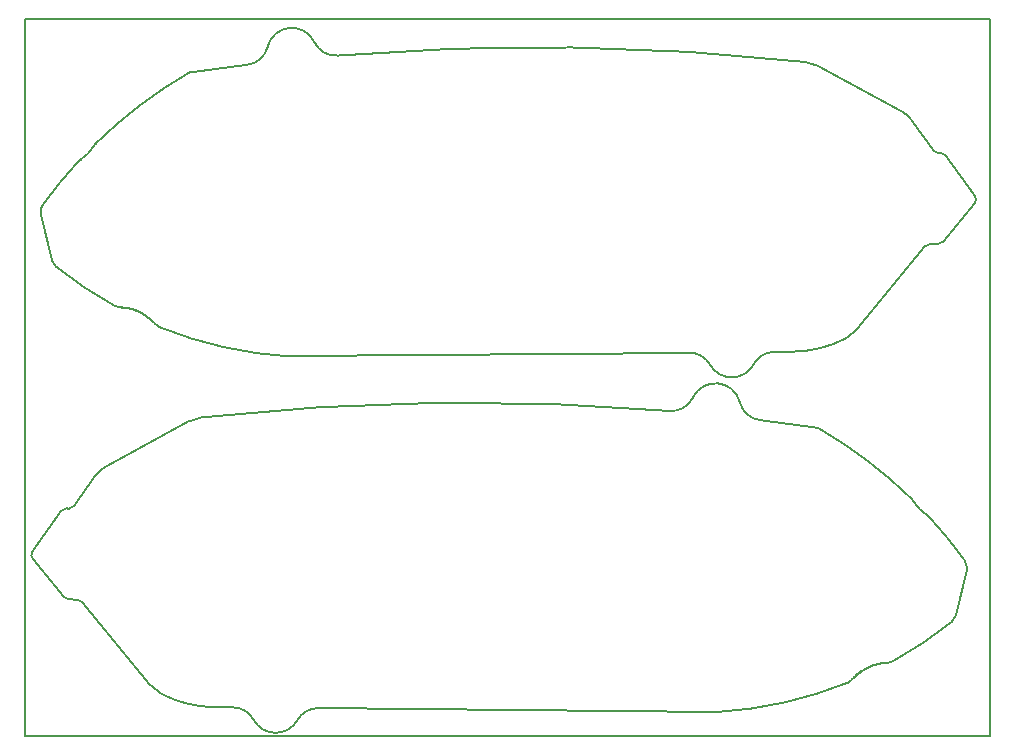
<source format=gko>
G04 Layer_Color=16711935*
%FSLAX44Y44*%
%MOMM*%
G71*
G01*
G75*
%ADD35C,0.2000*%
%ADD58C,0.2000*%
D35*
X0Y0D02*
Y607060D01*
X816610D01*
Y0D02*
Y607060D01*
X0Y0D02*
X816610D01*
X160260Y24283D02*
G03*
X160264Y24283I8J1504D01*
G01*
X160260Y24283D02*
G03*
X160264Y24283I21J1504D01*
G01*
D02*
G03*
X160271Y24283I17J1504D01*
G01*
X160262Y24283D02*
G03*
X160264Y24283I14J1504D01*
G01*
X160259Y24283D02*
G03*
X160260Y24283I9J1504D01*
G01*
X160259D02*
G03*
X160260Y24283I18J1504D01*
G01*
X160253Y24283D02*
G03*
X160259Y24283I14J1504D01*
G01*
X115190Y35501D02*
G03*
X160253Y24283I46027J88778D01*
G01*
X115179Y35506D02*
G03*
X115190Y35501I703J1329D01*
G01*
X115177Y35508D02*
G03*
X115179Y35506I705J1328D01*
G01*
X115177Y35508D02*
G03*
X115179Y35506I694J1334D01*
G01*
X105836Y43063D02*
G03*
X115179Y35506I23154J19075D01*
G01*
X105826Y43075D02*
G03*
X105834Y43065I23164J19063D01*
G01*
X105827Y43074D02*
G03*
X105834Y43066I1161J956D01*
G01*
X105826Y43075D02*
G03*
X105827Y43074I1170J944D01*
G01*
X105824Y43077D02*
G03*
X105826Y43075I1172J942D01*
G01*
X105824Y43077D02*
G03*
X105826Y43075I1163J953D01*
G01*
D02*
G03*
X105827Y43074I1161J956D01*
G01*
D02*
G03*
X105834Y43065I1170J945D01*
G01*
D02*
G03*
X105836Y43063I23157J19073D01*
G01*
X105834Y43065D02*
G03*
X105836Y43063I1163J953D01*
G01*
X105819Y43084D02*
G03*
X105824Y43077I1169J947D01*
G01*
X47803Y113581D02*
G03*
X47807Y113575I1166J950D01*
G01*
D02*
G03*
X47814Y113568I1161J956D01*
G01*
X47807Y113575D02*
G03*
X47803Y113581I-3861J-3177D01*
G01*
D02*
G03*
X44002Y115398I-3856J-3183D01*
G01*
X43994Y115398D02*
G03*
X44002Y115398I14J1504D01*
G01*
X43985Y115398D02*
G03*
X43991Y115398I19J1504D01*
G01*
X43988Y115398D02*
G03*
X43991Y115398I21J1504D01*
G01*
D02*
G03*
X43994Y115398I18J1504D01*
G01*
X43998Y115398D02*
G03*
X43994Y115398I-52J-5000D01*
G01*
X43991Y115398D02*
G03*
X43998Y115398I13J1504D01*
G01*
X36927Y115465D02*
G03*
X36932Y115465I15J1504D01*
G01*
X36888Y115465D02*
G03*
X36909Y115465I35J1503D01*
G01*
X36909Y115465D02*
G03*
X36924Y115465I32J1504D01*
G01*
X36924D02*
G03*
X36927Y115465I18J1504D01*
G01*
X36924Y115465D02*
G03*
X36927Y115465I-0J1504D01*
G01*
X36909Y115465D02*
G03*
X36924Y115465I14J1504D01*
G01*
X36888Y115465D02*
G03*
X36909Y115465I69J4999D01*
G01*
X33103Y117280D02*
G03*
X36888Y115465I3854J3185D01*
G01*
X33096Y117288D02*
G03*
X33103Y117280I3861J3177D01*
G01*
X33095Y117289D02*
G03*
X33096Y117288I1162J954D01*
G01*
X33095Y117290D02*
G03*
X33095Y117289I1155J963D01*
G01*
X33089Y117297D02*
G03*
X33095Y117290I1169J946D01*
G01*
X33087Y117298D02*
G03*
X33089Y117297I1170J945D01*
G01*
X33086Y117301D02*
G03*
X33087Y117298I1164J952D01*
G01*
X33091Y117294D02*
G03*
X33095Y117289I1166J950D01*
G01*
X33089Y117297D02*
G03*
X33091Y117294I1161J956D01*
G01*
X6219Y149947D02*
G03*
X6230Y149933I1161J956D01*
G01*
X6213Y149954D02*
G03*
X6219Y149947I1158J959D01*
G01*
X6213Y149955D02*
G03*
X6213Y149954I1158J959D01*
G01*
X6206Y149963D02*
G03*
X6219Y149947I3874J3161D01*
G01*
X6213Y149955D02*
G03*
X6219Y149947I1168J948D01*
G01*
X6206Y149963D02*
G03*
X6213Y149955I1165J951D01*
G01*
X6012Y156031D02*
G03*
X6206Y149963I4068J-2907D01*
G01*
X6019Y156041D02*
G03*
X6012Y156031I1216J-884D01*
G01*
X6022Y156046D02*
G03*
X6012Y156031I1220J-879D01*
G01*
X30568Y190397D02*
G03*
X30555Y190379I1210J-893D01*
G01*
X30568Y190398D02*
G03*
X30568Y190397I1210J-894D01*
G01*
X30583Y190418D02*
G03*
X30568Y190398I1208J-895D01*
G01*
X30555Y190379D02*
G03*
X30551Y190374I1223J-875D01*
G01*
X30555Y190379D02*
G03*
X30555Y190378I1236J-856D01*
G01*
X30568Y190397D02*
G03*
X30555Y190379I1223J-874D01*
G01*
X30568Y190398D02*
G03*
X30568Y190397I1223J-875D01*
G01*
X30583Y190418D02*
G03*
X30568Y190398I4053J-2928D01*
G01*
X34666Y192490D02*
G03*
X30583Y190418I-30J-5000D01*
G01*
X34700Y192490D02*
G03*
X34685Y192490I-30J-1504D01*
G01*
X34692Y192490D02*
G03*
X34684Y192490I-22J-1504D01*
G01*
X34692Y192490D02*
G03*
X34685Y192490I-7J-1504D01*
G01*
D02*
G03*
X34684Y192490I1J-1504D01*
G01*
X34684D02*
G03*
X34666Y192490I-48J-5000D01*
G01*
X34684Y192490D02*
G03*
X34666Y192490I-14J-1504D01*
G01*
X34704Y192490D02*
G03*
X34700Y192490I-19J-1504D01*
G01*
Y192490D02*
G03*
X34692Y192490I-30J-1504D01*
G01*
X34700Y192490D02*
G03*
X34692Y192490I-14J-1504D01*
G01*
X36809Y192470D02*
G03*
X36787Y192470I-21J-1504D01*
G01*
X36809Y192470D02*
G03*
X36806Y192470I-7J-1504D01*
G01*
D02*
G03*
X36800Y192470I-3J-1504D01*
G01*
X36803Y192470D02*
G03*
X36806Y192470I48J5000D01*
G01*
D02*
G03*
X36810Y192470I45J5000D01*
G01*
X36821Y192470D02*
G03*
X36813Y192470I-19J-1504D01*
G01*
D02*
G03*
X36809Y192470I-11J-1504D01*
G01*
X36810D02*
G03*
X36809Y192470I-22J-1504D01*
G01*
X36810D02*
G03*
X36813Y192470I40J5000D01*
G01*
D02*
G03*
X36821Y192470I37J5000D01*
G01*
D02*
G03*
X40918Y194563I29J5000D01*
G01*
X40922Y194568D02*
G03*
X40918Y194563I1219J-880D01*
G01*
X58801Y219590D02*
G03*
X58796Y219582I1229J-867D01*
G01*
X58796Y219583D02*
G03*
X58796Y219582I1227J-870D01*
G01*
X58796Y219582D02*
G03*
X58793Y219578I1227J-869D01*
G01*
X58800Y219587D02*
G03*
X58796Y219582I1223J-874D01*
G01*
X58802Y219590D02*
G03*
X58800Y219587I24407J-17444D01*
G01*
X58802Y219591D02*
G03*
X58801Y219590I1228J-868D01*
G01*
X58802Y219591D02*
G03*
X58800Y219587I1221J-877D01*
G01*
X58802Y219590D02*
G03*
X58800Y219587I1229J-867D01*
G01*
X58803Y219592D02*
G03*
X58802Y219590I1220J-879D01*
G01*
X58803Y219592D02*
G03*
X58802Y219590I1227J-869D01*
G01*
X58803Y219592D02*
G03*
X58802Y219590I24406J-17446D01*
G01*
X58812Y219605D02*
G03*
X58803Y219592I1218J-882D01*
G01*
X58804Y219594D02*
G03*
X58803Y219592I1219J-881D01*
G01*
X58807Y219598D02*
G03*
X58803Y219592I24402J-17452D01*
G01*
X58812Y219605D02*
G03*
X58807Y219598I24396J-17459D01*
G01*
X68905Y228517D02*
G03*
X58812Y219605I14304J-26370D01*
G01*
X68928Y228529D02*
G03*
X68918Y228524I704J-1329D01*
G01*
X68916Y228522D02*
G03*
X68905Y228517I14293J-26376D01*
G01*
X68916Y228523D02*
G03*
X68905Y228517I716J-1322D01*
G01*
X68922Y228526D02*
G03*
X68916Y228523I710J-1326D01*
G01*
X68928Y228529D02*
G03*
X68922Y228526I704J-1329D01*
G01*
X68918Y228524D02*
G03*
X68916Y228523I726J-1317D01*
G01*
X68922Y228526D02*
G03*
X68918Y228524I722J-1319D01*
G01*
X68928Y228529D02*
G03*
X68922Y228526I716J-1322D01*
G01*
X138440Y266197D02*
G03*
X138429Y266191I705J-1328D01*
G01*
X138441Y266198D02*
G03*
X138440Y266197I704J-1329D01*
G01*
X138442Y266198D02*
G03*
X138441Y266198I703J-1329D01*
G01*
X138453Y266204D02*
G03*
X138442Y266198I14282J-26382D01*
G01*
X149417Y269638D02*
G03*
X138453Y266204I3318J-29816D01*
G01*
X149426Y269639D02*
G03*
X149423Y269638I166J-1495D01*
G01*
X149426Y269639D02*
G03*
X149424Y269639I175J-1494D01*
G01*
D02*
G03*
X149423Y269638I159J-1495D01*
G01*
D02*
G03*
X149417Y269638I161J-1495D01*
G01*
X149426Y269639D02*
G03*
X149417Y269638I3309J-29817D01*
G01*
X149435Y269640D02*
G03*
X149426Y269639I166J-1495D01*
G01*
X545443Y275092D02*
G03*
X149435Y269640I-169916J-2042946D01*
G01*
X545450Y275091D02*
G03*
X545443Y275092I-131J-1498D01*
G01*
X545452Y275091D02*
G03*
X545450Y275091I-134J-1498D01*
G01*
X545452Y275091D02*
G03*
X545460Y275090I1657J19931D01*
G01*
D02*
G03*
X565149Y286386I1649J19932D01*
G01*
X565157Y286402D02*
G03*
X565150Y286388I1349J-664D01*
G01*
D02*
G03*
X565149Y286386I1356J-649D01*
G01*
D02*
G03*
X565150Y286388I-18039J8636D01*
G01*
D02*
G03*
X565157Y286403I-18040J8634D01*
G01*
X565165Y286419D02*
G03*
X565157Y286403I1349J-664D01*
G01*
X565157Y286402D02*
G03*
X565149Y286386I1357J-648D01*
G01*
X565157Y286404D02*
G03*
X565157Y286402I1349J-665D01*
G01*
X565157Y286403D02*
G03*
X565157Y286402I1357J-648D01*
G01*
X565157Y286404D02*
G03*
X565157Y286403I19175J-9159D01*
G01*
X565158Y286404D02*
G03*
X565157Y286404I1349J-666D01*
G01*
X565165Y286419D02*
G03*
X565157Y286404I19168J-9174D01*
G01*
X604958Y282360D02*
G03*
X565165Y286419I-20625J-5115D01*
G01*
X604960Y282351D02*
G03*
X604958Y282360I-20627J-5106D01*
G01*
X604963Y282337D02*
G03*
X604958Y282360I-1463J-347D01*
G01*
X604963Y282337D02*
G03*
X604963Y282339I-1461J-358D01*
G01*
D02*
G03*
X604963Y282340I-1460J-360D01*
G01*
X604963Y282339D02*
G03*
X604963Y282338I19417J4794D01*
G01*
D02*
G03*
X604964Y282335I19417J4795D01*
G01*
D02*
G03*
X604965Y282330I19416J4798D01*
G01*
D02*
G03*
X621955Y267280I19415J4802D01*
G01*
X621964Y267279D02*
G03*
X621955Y267280I-182J-1493D01*
G01*
X621987Y267276D02*
G03*
X621977Y267278I-193J-1491D01*
G01*
X670892Y260756D02*
G03*
X621987Y267276I-295366J-2028610D01*
G01*
X671429Y260569D02*
G03*
X670892Y260756I-754J-1301D01*
G01*
X750434Y200606D02*
G03*
X671429Y260569I-279464J-286181D01*
G01*
X750452Y200588D02*
G03*
X750448Y200592I-1045J-1081D01*
G01*
X750460Y200580D02*
G03*
X750452Y200588I-1053J-1074D01*
G01*
X750452D02*
G03*
X750434Y200606I-1058J-1069D01*
G01*
X750445Y200595D02*
G03*
X750434Y200606I-279475J-286171D01*
G01*
X750460Y200580D02*
G03*
X750445Y200595I-7002J-7139D01*
G01*
X752113Y198449D02*
G03*
X750460Y200580I-8655J-5008D01*
G01*
X752137Y198409D02*
G03*
X752113Y198449I-1306J-746D01*
G01*
X752133Y198417D02*
G03*
X752137Y198409I28094J16259D01*
G01*
D02*
G03*
X763139Y187078I28090J16267D01*
G01*
D02*
G03*
X763168Y187061I17088J27598D01*
G01*
X763170Y187059D02*
G03*
X763168Y187061I-792J-1278D01*
G01*
X763185Y187050D02*
G03*
X763170Y187059I-780J-1285D01*
G01*
X763200Y187041D02*
G03*
X763185Y187050I-795J-1276D01*
G01*
X765249Y185348D02*
G03*
X763200Y187041I-7337J-6795D01*
G01*
X765256Y185341D02*
G03*
X765249Y185348I-7343J-6788D01*
G01*
X765269Y185326D02*
G03*
X765249Y185348I-1118J-1006D01*
G01*
X765270Y185325D02*
G03*
X765269Y185326I-1119J-1005D01*
G01*
X765270Y185325D02*
G03*
X765270Y185326I-1107J-1018D01*
G01*
X795392Y148413D02*
G03*
X765270Y185326I-324422J-233988D01*
G01*
X795392Y148412D02*
G03*
X795392Y148413I-1215J-886D01*
G01*
X795399Y148402D02*
G03*
X795399Y148403I-8113J-5846D01*
G01*
X795401Y148399D02*
G03*
X795399Y148403I-1218J-882D01*
G01*
D02*
G03*
X795398Y148404I-1222J-877D01*
G01*
X795397Y148406D02*
G03*
X795392Y148412I-324427J-233981D01*
G01*
X795399Y148403D02*
G03*
X795392Y148412I-1221J-877D01*
G01*
X795399Y148403D02*
G03*
X795397Y148406I-1215J-886D01*
G01*
X795399Y148403D02*
G03*
X795397Y148406I-8113J-5847D01*
G01*
X795401Y148399D02*
G03*
X795399Y148403I-1224J-873D01*
G01*
X795410Y148387D02*
G03*
X795399Y148402I-1226J-870D01*
G01*
X795405Y148395D02*
G03*
X795399Y148402I-8119J-5839D01*
G01*
X795410Y148387D02*
G03*
X795405Y148395I-8124J-5831D01*
G01*
X797286Y142556D02*
G03*
X795410Y148387I-10000J0D01*
G01*
X797012Y140232D02*
G03*
X797286Y142556I-9726J2324D01*
G01*
X797008Y140214D02*
G03*
X797012Y140232I-1458J368D01*
G01*
X787791Y101960D02*
G03*
X787796Y101985I-1462J352D01*
G01*
X784322Y96499D02*
G03*
X787791Y101960I-6253J7804D01*
G01*
X784318Y96496D02*
G03*
X784322Y96499I-936J1177D01*
G01*
X784318Y96496D02*
G03*
X784320Y96497I-946J1169D01*
G01*
X784313Y96492D02*
G03*
X784318Y96496I-940J1173D01*
G01*
X734101Y62934D02*
G03*
X784313Y96492I-168649J306688D01*
G01*
X734094Y62930D02*
G03*
X734102Y62934I-725J1318D01*
G01*
X734082Y62923D02*
G03*
X734094Y62930I-4806J8769D01*
G01*
X729492Y61695D02*
G03*
X734082Y62923I-216J9998D01*
G01*
X729368Y61693D02*
G03*
X729492Y61695I-93J10000D01*
G01*
X729341Y61692D02*
G03*
X729368Y61693I-16J1504D01*
G01*
X729152Y61690D02*
G03*
X729153Y61690I-28J1504D01*
G01*
X729153D02*
G03*
X729154Y61690I-16J1504D01*
G01*
X728502Y61674D02*
G03*
X728509Y61675I-56J1503D01*
G01*
X728190Y61663D02*
G03*
X728192Y61663I-54J1503D01*
G01*
X728181Y61662D02*
G03*
X728185Y61663I-70J1502D01*
G01*
X727867Y61648D02*
G03*
X727872Y61648I-74J1502D01*
G01*
X727862Y61648D02*
G03*
X727867Y61648I-69J1502D01*
G01*
X727852Y61647D02*
G03*
X727862Y61648I-78J1502D01*
G01*
X727542Y61630D02*
G03*
X727544Y61630I-85J1501D01*
G01*
X727540Y61630D02*
G03*
X727542Y61630I-83J1502D01*
G01*
X727539Y61630D02*
G03*
X727540Y61630I-99J1501D01*
G01*
X727532Y61629D02*
G03*
X727539Y61630I-91J1501D01*
G01*
X727220Y61609D02*
G03*
X727225Y61610I-96J1501D01*
G01*
X727219Y61609D02*
G03*
X727220Y61609I-116J1499D01*
G01*
X727218Y61609D02*
G03*
X727219Y61609I-115J1499D01*
G01*
X727216Y61609D02*
G03*
X727218Y61609I-113J1500D01*
G01*
X727207Y61608D02*
G03*
X727216Y61609I-104J1500D01*
G01*
X726901Y61586D02*
G03*
X726902Y61586I-117J1499D01*
G01*
X726897Y61586D02*
G03*
X726901Y61586I-132J1498D01*
G01*
X726894Y61585D02*
G03*
X726897Y61586I-129J1498D01*
G01*
X726893Y61585D02*
G03*
X726894Y61585I-128J1498D01*
G01*
X726885Y61585D02*
G03*
X726893Y61585I-120J1499D01*
G01*
X726571Y61559D02*
G03*
X726577Y61559I-117J1499D01*
G01*
X725920Y61497D02*
G03*
X725926Y61497I-163J1495D01*
G01*
X725919Y61497D02*
G03*
X725920Y61497I-163J1495D01*
G01*
X725607Y61462D02*
G03*
X725609Y61463I-161J1495D01*
G01*
X725604Y61462D02*
G03*
X725607Y61462I-158J1496D01*
G01*
X725602Y61462D02*
G03*
X725604Y61462I-180J1493D01*
G01*
X725594Y61461D02*
G03*
X725602Y61462I-172J1494D01*
G01*
X725280Y61424D02*
G03*
X725289Y61425I-171J1494D01*
G01*
X725279Y61424D02*
G03*
X725280Y61424I-190J1492D01*
G01*
X724958Y61383D02*
G03*
X724959Y61384I-188J1492D01*
G01*
X724947Y61382D02*
G03*
X724954Y61383I-196J1491D01*
G01*
X724635Y61340D02*
G03*
X724645Y61341I-198J1491D01*
G01*
X724307Y61292D02*
G03*
X724314Y61293I-228J1486D01*
G01*
X724304Y61292D02*
G03*
X724309Y61292I-225J1487D01*
G01*
X723991Y61244D02*
G03*
X723996Y61244I-223J1487D01*
G01*
X723662Y61190D02*
G03*
X723670Y61191I-249J1483D01*
G01*
X723350Y61137D02*
G03*
X723355Y61137I-270J1479D01*
G01*
D02*
G03*
X723356Y61138I-274J1479D01*
G01*
X723355Y61137D02*
G03*
X723356Y61138I-280J1478D01*
G01*
X723350Y61137D02*
G03*
X723355Y61137I-276J1478D01*
G01*
X723032Y61079D02*
G03*
X723038Y61080I-267J1480D01*
G01*
X723029Y61079D02*
G03*
X723032Y61079I-264J1480D01*
G01*
X723029Y61079D02*
G03*
X723032Y61079I-285J1477D01*
G01*
X723026Y61078D02*
G03*
X723029Y61079I-283J1477D01*
G01*
X723020Y61077D02*
G03*
X723026Y61078I-277J1478D01*
G01*
X722705Y61017D02*
G03*
X722711Y61019I-277J1478D01*
G01*
X722064Y60887D02*
G03*
X722065Y60887I-305J1472D01*
G01*
D02*
G03*
X722066Y60888I-306J1472D01*
G01*
X722065Y60887D02*
G03*
X722066Y60888I-324J1469D01*
G01*
X722061Y60887D02*
G03*
X722065Y60887I-320J1469D01*
G01*
X722059Y60886D02*
G03*
X722061Y60887I-318J1470D01*
G01*
X721748Y60819D02*
G03*
X721752Y60820I-322J1469D01*
G01*
X721747Y60819D02*
G03*
X721752Y60820I-337J1465D01*
G01*
X721745Y60818D02*
G03*
X721747Y60819I-335J1466D01*
G01*
X721743Y60818D02*
G03*
X721745Y60818I-333J1466D01*
G01*
X721738Y60817D02*
G03*
X721743Y60818I-328J1468D01*
G01*
X721106Y60671D02*
G03*
X721107Y60672I-344J1464D01*
G01*
X721103Y60670D02*
G03*
X721106Y60671I-354J1461D01*
G01*
X721098Y60669D02*
G03*
X721101Y60670I-354J1461D01*
G01*
X721098Y60669D02*
G03*
X721102Y60670I-336J1466D01*
G01*
X721098Y60669D02*
G03*
X721102Y60670I-335J1466D01*
G01*
Y60670D02*
G03*
X721103Y60670I-357J1461D01*
G01*
X721101Y60670D02*
G03*
X721102Y60670I-356J1461D01*
G01*
X720790Y60594D02*
G03*
X720792Y60595I-359J1460D01*
G01*
X720787Y60593D02*
G03*
X720790Y60594I-356J1461D01*
G01*
X720785Y60593D02*
G03*
X720787Y60593I-372J1457D01*
G01*
X720779Y60591D02*
G03*
X720785Y60593I-366J1459D01*
G01*
X720470Y60513D02*
G03*
X720477Y60515I-365J1459D01*
G01*
X720469Y60513D02*
G03*
X720470Y60513I-364J1459D01*
G01*
X720466Y60512D02*
G03*
X720469Y60513I-382J1455D01*
G01*
X720156Y60431D02*
G03*
X720159Y60432I-384J1454D01*
G01*
X720155Y60431D02*
G03*
X720156Y60431I-382J1454D01*
G01*
X720153Y60430D02*
G03*
X720155Y60431I-381J1455D01*
G01*
X720151Y60430D02*
G03*
X720153Y60430I-378J1455D01*
G01*
X720151Y60430D02*
G03*
X720153Y60430I-392J1452D01*
G01*
D02*
G03*
X720155Y60431I-395J1451D01*
G01*
D02*
G03*
X720156Y60431I-396J1451D01*
G01*
X720155Y60431D02*
G03*
X720156Y60431I-399J1450D01*
G01*
X720153Y60430D02*
G03*
X720155Y60431I-398J1450D01*
G01*
X720151Y60430D02*
G03*
X720153Y60430I-395J1451D01*
G01*
X720143Y60427D02*
G03*
X720151Y60430I-388J1453D01*
G01*
X719835Y60344D02*
G03*
X719837Y60344I-406J1448D01*
G01*
X719833Y60343D02*
G03*
X719835Y60344I-404J1449D01*
G01*
X719517Y60255D02*
G03*
X719519Y60255I-404J1448D01*
G01*
X719201Y60163D02*
G03*
X719202Y60163I-430J1441D01*
G01*
X718886Y60069D02*
G03*
X718887Y60069I-430J1441D01*
G01*
X718883Y60068D02*
G03*
X718886Y60069I-443J1437D01*
G01*
X718572Y59971D02*
G03*
X718575Y59973I-440J1438D01*
G01*
X718252Y59870D02*
G03*
X718259Y59872I-461J1431D01*
G01*
X717943Y59769D02*
G03*
X717944Y59769I-479J1426D01*
G01*
X717943Y59769D02*
G03*
X717945Y59770I-466J1430D01*
G01*
X717009Y59445D02*
G03*
X717010Y59445I-522J1410D01*
G01*
X716999Y59441D02*
G03*
X717005Y59443I-512J1414D01*
G01*
X716699Y59332D02*
G03*
X716707Y59335I-513J1414D01*
G01*
X716698Y59331D02*
G03*
X716699Y59332I-512J1414D01*
G01*
X716697Y59331D02*
G03*
X716698Y59331I-530J1407D01*
G01*
X716693Y59329D02*
G03*
X716697Y59331I-526J1409D01*
G01*
X716388Y59215D02*
G03*
X716391Y59216I-526J1409D01*
G01*
X716387Y59215D02*
G03*
X716388Y59215I-525J1409D01*
G01*
X716079Y59096D02*
G03*
X716080Y59096I-539J1404D01*
G01*
X715465Y58850D02*
G03*
X715466Y58851I-576J1389D01*
G01*
X715465Y58850D02*
G03*
X715466Y58851I-564J1394D01*
G01*
X715464Y58850D02*
G03*
X715465Y58850I-579J1388D01*
G01*
X715462Y58849D02*
G03*
X715464Y58850I-577J1389D01*
G01*
X715459Y58848D02*
G03*
X715462Y58849I-574J1390D01*
G01*
X715454Y58846D02*
G03*
X715459Y58848I-570J1392D01*
G01*
X715159Y58724D02*
G03*
X715160Y58724I-589J1384D01*
G01*
X715156Y58723D02*
G03*
X715159Y58724I-586J1385D01*
G01*
X715155Y58722D02*
G03*
X715156Y58723I-584J1386D01*
G01*
X714855Y58594D02*
G03*
X714856Y58595I-586J1385D01*
G01*
X714854Y58594D02*
G03*
X714855Y58594I-585J1385D01*
G01*
X714853Y58594D02*
G03*
X714854Y58594I-605J1377D01*
G01*
X714848Y58592D02*
G03*
X714853Y58594I-600J1379D01*
G01*
X714842Y58589D02*
G03*
X714848Y58592I-594J1382D01*
G01*
X714551Y58463D02*
G03*
X714559Y58466I-596J1381D01*
G01*
X714549Y58462D02*
G03*
X714551Y58463I-617J1371D01*
G01*
X714548Y58461D02*
G03*
X714549Y58462I-616J1372D01*
G01*
X714548Y58461D02*
G03*
X714549Y58462I-610J1374D01*
G01*
X714546Y58460D02*
G03*
X714548Y58461I-608J1376D01*
G01*
X714543Y58459D02*
G03*
X714546Y58460I-605J1377D01*
G01*
X714251Y58329D02*
G03*
X714256Y58331I-611J1374D01*
G01*
X714245Y58327D02*
G03*
X714251Y58329I-622J1369D01*
G01*
X713943Y58189D02*
G03*
X713943Y58190I-622J1369D01*
G01*
D02*
G03*
X713944Y58190I-623J1369D01*
G01*
X713337Y57904D02*
G03*
X713342Y57907I-652J1355D01*
G01*
X713042Y57761D02*
G03*
X713048Y57764I-654J1354D01*
G01*
X712744Y57613D02*
G03*
X712744Y57614I-667J1347D01*
G01*
X712740Y57611D02*
G03*
X712744Y57613I-679J1342D01*
G01*
X712447Y57463D02*
G03*
X712452Y57465I-675J1344D01*
G01*
X712444Y57462D02*
G03*
X712447Y57463I-688J1337D01*
G01*
X712154Y57312D02*
G03*
X712155Y57312I-690J1336D01*
G01*
X712142Y57305D02*
G03*
X712150Y57309I-697J1332D01*
G01*
X711859Y57156D02*
G03*
X711866Y57160I-700J1331D01*
G01*
X711857Y57155D02*
G03*
X711859Y57156I-697J1332D01*
G01*
X711856Y57154D02*
G03*
X711857Y57155I-697J1333D01*
G01*
X711851Y57152D02*
G03*
X711856Y57154I-707J1327D01*
G01*
X711565Y56998D02*
G03*
X711566Y56998I-714J1323D01*
G01*
X711562Y56996D02*
G03*
X711563Y56997I-712J1324D01*
G01*
X711270Y56836D02*
G03*
X711274Y56838I-720J1320D01*
G01*
X711270Y56836D02*
G03*
X711271Y56836I-734J1312D01*
G01*
X710980Y56674D02*
G03*
X710981Y56674I-746J1305D01*
G01*
X710980Y56673D02*
G03*
X710981Y56674I-735J1312D01*
G01*
X710972Y56669D02*
G03*
X710976Y56671I-742J1308D01*
G01*
X710690Y56508D02*
G03*
X710697Y56512I-742J1308D01*
G01*
X710402Y56340D02*
G03*
X710403Y56340I-757J1299D01*
G01*
X710401Y56340D02*
G03*
X710402Y56340I-757J1300D01*
G01*
X709828Y55996D02*
G03*
X709829Y55997I-778J1287D01*
G01*
X709544Y55821D02*
G03*
X709545Y55822I-789J1280D01*
G01*
X709258Y55641D02*
G03*
X709262Y55644I-810J1267D01*
G01*
X709256Y55640D02*
G03*
X709260Y55643I-808J1268D01*
G01*
X708980Y55464D02*
G03*
X708984Y55466I-809J1268D01*
G01*
X708979Y55463D02*
G03*
X708979Y55464I-807J1269D01*
G01*
X708978Y55462D02*
G03*
X708979Y55463I-820J1261D01*
G01*
X708699Y55281D02*
G03*
X708700Y55282I-836J1250D01*
G01*
X708695Y55278D02*
G03*
X708696Y55279I-831J1253D01*
G01*
X708423Y55098D02*
G03*
X708424Y55099I-834J1251D01*
G01*
X708421Y55097D02*
G03*
X708424Y55099I-847J1243D01*
G01*
X708419Y55096D02*
G03*
X708421Y55097I-845J1244D01*
G01*
X708418Y55095D02*
G03*
X708419Y55096I-844J1244D01*
G01*
X708415Y55093D02*
G03*
X708418Y55095I-841J1247D01*
G01*
X708141Y54908D02*
G03*
X708146Y54911I-836J1250D01*
G01*
X707866Y54719D02*
G03*
X707867Y54720I-852J1239D01*
G01*
X707318Y54333D02*
G03*
X707319Y54333I-882J1218D01*
G01*
D02*
G03*
X707320Y54334I-873J1224D01*
G01*
X707045Y54135D02*
G03*
X707048Y54136I-892J1211D01*
G01*
X706778Y53938D02*
G03*
X706779Y53938I-893J1210D01*
G01*
X706777Y53937D02*
G03*
X706778Y53938I-892J1211D01*
G01*
X706510Y53737D02*
G03*
X706511Y53738I-913J1195D01*
G01*
X706509Y53737D02*
G03*
X706511Y53738I-903J1203D01*
G01*
X706509Y53736D02*
G03*
X706509Y53737I-917J1192D01*
G01*
X706504Y53733D02*
G03*
X706509Y53736I-912J1195D01*
G01*
X706504Y53732D02*
G03*
X706504Y53733I-912J1196D01*
G01*
X706246Y53536D02*
G03*
X706247Y53536I-911J1196D01*
G01*
X706241Y53532D02*
G03*
X706242Y53532I-925J1186D01*
G01*
X706238Y53530D02*
G03*
X706241Y53532I-922J1188D01*
G01*
X706236Y53528D02*
G03*
X706241Y53531I-919J1190D01*
G01*
X705977Y53327D02*
G03*
X705981Y53330I-918J1191D01*
G01*
X705712Y53118D02*
G03*
X705714Y53119I-940J1174D01*
G01*
X705451Y52909D02*
G03*
X705454Y52910I-939J1175D01*
G01*
X704930Y52480D02*
G03*
X704934Y52483I-970J1149D01*
G01*
X704676Y52265D02*
G03*
X704680Y52268I-967J1152D01*
G01*
X704422Y52047D02*
G03*
X704423Y52048I-980J1141D01*
G01*
X704421Y52047D02*
G03*
X704422Y52047I-993J1130D01*
G01*
X704417Y52043D02*
G03*
X704421Y52047I-975J1145D01*
G01*
X704169Y51826D02*
G03*
X704173Y51830I-984J1137D01*
G01*
X703669Y51378D02*
G03*
X703669Y51379I-1019J1106D01*
G01*
D02*
G03*
X703670Y51380I-1020J1105D01*
G01*
X703669Y51379D02*
G03*
X703670Y51380I-1008J1116D01*
G01*
X703668Y51378D02*
G03*
X703669Y51379I-1007J1117D01*
G01*
X703667Y51377D02*
G03*
X703668Y51378I-1006J1117D01*
G01*
X703422Y51152D02*
G03*
X703426Y51156I-1015J1109D01*
G01*
X703420Y51151D02*
G03*
X703422Y51152I-1014J1111D01*
G01*
X703419Y51149D02*
G03*
X703420Y51151I-1027J1098D01*
G01*
X703420Y51151D02*
G03*
X703422Y51152I-1029J1097D01*
G01*
X703419Y51150D02*
G03*
X703420Y51151I-1024J1101D01*
G01*
X703175Y50922D02*
G03*
X703181Y50928I-1022J1103D01*
G01*
X702930Y50689D02*
G03*
X702931Y50691I-1041J1085D01*
G01*
X702688Y50457D02*
G03*
X702689Y50457I-1053J1073D01*
G01*
D02*
G03*
X702690Y50458I-1054J1073D01*
G01*
X702449Y50222D02*
G03*
X702449Y50223I-1051J1076D01*
G01*
X702449D02*
G03*
X702450Y50223I-1053J1074D01*
G01*
X702449Y50223D02*
G03*
X702450Y50223I-1065J1062D01*
G01*
D02*
G03*
X702451Y50224I-1054J1073D01*
G01*
X702450Y50223D02*
G03*
X702451Y50224I-1052J1074D01*
G01*
X702450Y50223D02*
G03*
X702451Y50224I-1065J1061D01*
G01*
X702442Y50216D02*
G03*
X702448Y50221I-1058J1069D01*
G01*
X702210Y49984D02*
G03*
X702213Y49988I-1058J1069D01*
G01*
X701739Y49504D02*
G03*
X701740Y49504I-1078J1049D01*
G01*
X701737Y49502D02*
G03*
X701739Y49504I-1087J1039D01*
G01*
X701508Y49262D02*
G03*
X701510Y49264I-1085J1041D01*
G01*
X701507Y49261D02*
G03*
X701508Y49262I-1085J1042D01*
G01*
X701265Y49003D02*
G03*
X701277Y49016I-1121J1002D01*
G01*
X701252Y48988D02*
G03*
X701253Y48990I-1120J1003D01*
G01*
X700179Y47791D02*
G03*
X700180Y47791I-1120J1003D01*
G01*
X700179Y47790D02*
G03*
X700179Y47791I-1120J1004D01*
G01*
X700173Y47784D02*
G03*
X700179Y47790I-1114J1010D01*
G01*
X700173Y47783D02*
G03*
X700173Y47784I-1114J1010D01*
G01*
X700159Y47767D02*
G03*
X700173Y47783I-1141J979D01*
G01*
X696314Y45007D02*
G03*
X700159Y47767I-3752J9283D01*
G01*
X696306Y45003D02*
G03*
X696314Y45007I-3743J9286D01*
G01*
X696294Y44998D02*
G03*
X696306Y45003I-130842J324623D01*
G01*
X585929Y20221D02*
G03*
X696294Y44998I-20477J349400D01*
G01*
X585822Y20219D02*
G03*
X585929Y20221I19J1504D01*
G01*
X247968Y23445D02*
G03*
X247971Y23445I27J1504D01*
G01*
X247962Y23446D02*
G03*
X247971Y23445I23J1504D01*
G01*
D02*
G03*
X247985Y23445I24J1504D01*
G01*
X247981Y23445D02*
G03*
X247985Y23445I4J1504D01*
G01*
X247971Y23445D02*
G03*
X247981Y23445I14J1504D01*
G01*
X247970Y23445D02*
G03*
X247968Y23445I-191J-19999D01*
G01*
D02*
G03*
X247962Y23445I-189J-19999D01*
G01*
D02*
G03*
X230385Y13317I-182J-19999D01*
G01*
X230376Y13302D02*
G03*
X230385Y13317I-1304J750D01*
G01*
X193221Y13649D02*
G03*
X230376Y13302I18674J10141D01*
G01*
X193213Y13664D02*
G03*
X193221Y13649I1329J703D01*
G01*
X193212Y13666D02*
G03*
X193213Y13664I1331J701D01*
G01*
X193212Y13665D02*
G03*
X193212Y13666I-17584J-9530D01*
G01*
D02*
G03*
X193208Y13672I-17583J-9531D01*
G01*
D02*
G03*
X175834Y24134I-17580J-9537D01*
G01*
X175822Y24135D02*
G03*
X175834Y24135I2J1504D01*
G01*
X175817D02*
G03*
X175822Y24135I6J1504D01*
G01*
Y24135D02*
G03*
X175819Y24135I-193J-19999D01*
G01*
X175828Y24135D02*
G03*
X175822Y24135I-199J-19999D01*
G01*
X175834Y24134D02*
G03*
X175828Y24135I-205J-19999D01*
G01*
D02*
G03*
X175834Y24135I6J1504D01*
G01*
X175817Y24135D02*
G03*
X175828Y24135I16J1504D01*
G01*
X175804Y24135D02*
G03*
X175817Y24135I19J1504D01*
G01*
X160271Y24283D02*
X175804Y24135D01*
X160264Y24283D02*
X160271Y24283D01*
X160264Y24283D02*
X160267Y24283D01*
X160271Y24283D01*
X160262Y24283D02*
X160264Y24283D01*
X160260Y24283D02*
X160264Y24283D01*
X160259Y24283D02*
X160260D01*
X105826Y43075D02*
X105836Y43063D01*
X105826Y43075D02*
X105826Y43075D01*
X105826Y43075D02*
X105826Y43075D01*
X105819Y43084D02*
X105826Y43075D01*
X105819Y43084D02*
X105823Y43078D01*
X105826Y43075D01*
X105826Y43075D02*
X105826Y43075D01*
X105834Y43065D02*
X105834Y43066D01*
X105824Y43077D02*
X105824Y43077D01*
X105824Y43077D02*
X105834Y43065D01*
X47814Y113568D02*
X105819Y43084D01*
X47807Y113575D02*
X47814Y113568D01*
X47803Y113581D02*
X47807Y113575D01*
X47807Y113575D01*
X47810Y113572D01*
X47814Y113568D01*
X44002Y115398D02*
Y115398D01*
X43985Y115398D02*
X43994Y115398D01*
X43988Y115398D02*
X43991Y115398D01*
X43998Y115398D02*
Y115398D01*
X43990Y115398D02*
X43991Y115398D01*
X43988Y115398D02*
X43990D01*
X43985Y115398D02*
X43988Y115398D01*
X36932Y115465D02*
X43985Y115398D01*
X36927Y115465D02*
X36932Y115465D01*
X36927Y115465D02*
X36932Y115465D01*
X36909Y115465D02*
X36927Y115465D01*
X36888Y115465D02*
X36909Y115465D01*
X36909Y115465D01*
X36924Y115465D02*
X36924D01*
X36927Y115465D02*
Y115465D01*
X36924D02*
X36924D01*
X36909Y115465D02*
X36909D01*
X36909D02*
X36909D01*
X33086Y117301D02*
X33087Y117298D01*
X33087Y117298D02*
X33095Y117289D01*
X33086Y117301D02*
X33089Y117297D01*
X6230Y149933D02*
X33086Y117301D01*
X6219Y149947D02*
X6219Y149947D01*
X6219Y149947D01*
X6206Y149963D02*
X6213Y149955D01*
X6206Y149963D02*
X6206Y149963D01*
X6012Y156031D02*
X6022Y156046D01*
X6019Y156041D02*
X6022Y156046D01*
X6019Y156041D02*
X6019Y156041D01*
X6022Y156046D02*
X30551Y190374D01*
X30555Y190379D01*
X30568Y190398D02*
X30583Y190418D01*
X30555Y190379D02*
X30568Y190398D01*
X30551Y190374D02*
X30554Y190379D01*
X30555Y190378D01*
X34666Y192490D02*
X34700Y192490D01*
X34684Y192490D02*
X34685Y192490D01*
X34684D02*
X34684D01*
Y192490D02*
X34700Y192490D01*
X34704Y192490D01*
X34700Y192490D02*
Y192490D01*
X34700D02*
X34704Y192490D01*
X36787Y192470D01*
X36800Y192470D02*
X36803Y192470D01*
Y192470D01*
X36810Y192470D02*
X36821Y192470D01*
X40918Y194563D02*
X40922Y194568D01*
X40918Y194563D02*
X40918D01*
X40922Y194567D01*
X40922Y194568D01*
X58793Y219578D01*
X58800Y219587D01*
X58801Y219590D01*
X58796Y219582D02*
X58796Y219583D01*
X58796Y219582D02*
X58797Y219583D01*
X58796Y219583D02*
X58797Y219583D01*
X58793Y219578D02*
X58796Y219583D01*
X58802Y219590D02*
X58803Y219592D01*
X58797Y219583D02*
X58803Y219592D01*
X58797Y219583D02*
X58800Y219587D01*
X58801Y219590D01*
X58802Y219591D02*
X58802Y219591D01*
X58802Y219590D02*
X58802D01*
X58803Y219592D02*
X58812Y219605D01*
X58803Y219592D02*
X58804Y219594D01*
X68905Y228517D02*
X68928Y228529D01*
X68916Y228522D02*
X68918Y228524D01*
X68928Y228529D02*
X68928Y228529D01*
X68916Y228523D02*
X68928Y228529D01*
X68916Y228523D02*
X68916Y228523D01*
X68928Y228529D02*
X138429Y266191D01*
X149417Y269638D02*
X149423Y269638D01*
X565149Y286386D02*
X565157Y286402D01*
X565157Y286403D02*
X565165Y286419D01*
X565149Y286386D02*
X565157Y286403D01*
X565149Y286386D02*
X565149Y286386D01*
X565157Y286402D02*
X565157Y286404D01*
X565158Y286404D01*
X604958Y282360D02*
X604960Y282351D01*
X604963Y282340D02*
X604963Y282339D01*
X621964Y267279D02*
X621977Y267278D01*
X621987Y267276D02*
Y267276D01*
X750434Y200606D02*
X750448Y200592D01*
X750452Y200588D02*
X750460Y200580D01*
X750452Y200588D02*
X750452D01*
X750445Y200595D02*
X750445Y200595D01*
X752133Y198417D02*
X752137Y198409D01*
X763168Y187061D02*
X763168Y187061D01*
X765249Y185348D02*
X765256Y185341D01*
X795392Y148413D02*
X795392D01*
X795392Y148412D02*
X795392Y148412D01*
X795392Y148412D02*
X795399Y148403D01*
X795399Y148402D02*
X795401Y148399D01*
X795397Y148406D02*
X795398Y148404D01*
X795397Y148406D02*
X795397Y148406D01*
X795401Y148399D02*
X795410Y148387D01*
X797008Y140214D02*
X797008Y140214D01*
X787797Y101985D02*
X797008Y140214D01*
X787796Y101985D02*
X787797Y101985D01*
X784322Y96499D02*
Y96499D01*
X784318Y96496D02*
X784320Y96497D01*
X734101Y62934D02*
X734102Y62934D01*
X729153Y61690D02*
X729341Y61692D01*
X729152Y61690D02*
X729153D01*
X729153D02*
X729154Y61690D01*
X728831Y61684D02*
X729153Y61690D01*
X728509Y61675D02*
X728831Y61684D01*
X728192Y61663D02*
X728502Y61674D01*
X728190Y61663D02*
Y61663D01*
X728185Y61663D02*
X728190Y61663D01*
X727869Y61648D02*
X728181Y61662D01*
X727869Y61648D02*
X727872Y61648D01*
Y61648D01*
X727551Y61630D02*
X727852Y61647D01*
X727545Y61630D02*
X727551Y61630D01*
X727544Y61630D02*
X727545Y61630D01*
X727540Y61630D02*
X727540D01*
X727225Y61610D02*
X727532Y61629D01*
X727220Y61609D02*
Y61609D01*
X726904Y61586D02*
X727207Y61608D01*
X726902Y61586D02*
X726904Y61586D01*
X726901Y61586D02*
Y61586D01*
X726581Y61560D02*
X726885Y61585D01*
X726577Y61559D02*
X726581Y61560D01*
X726248Y61529D02*
X726571Y61559D01*
X725927Y61497D02*
X726248Y61529D01*
X725926Y61497D02*
X725927Y61497D01*
X725610Y61463D02*
X725919Y61497D01*
X725609Y61463D02*
X725610Y61463D01*
X725594Y61461D02*
X725598Y61462D01*
X725594Y61461D02*
X725598Y61462D01*
X725289Y61425D02*
X725594Y61461D01*
X725278Y61424D02*
X725279Y61424D01*
X725278Y61424D02*
X725278Y61424D01*
X724959Y61384D02*
X725278Y61424D01*
X724954Y61383D02*
X724958Y61383D01*
X724645Y61341D02*
X724947Y61382D01*
X724314Y61293D02*
X724635Y61340D01*
X724304Y61292D02*
X724307Y61292D01*
X724304Y61292D02*
X724309Y61292D01*
X723999Y61245D02*
X724304Y61292D01*
X723996Y61244D02*
X723999Y61245D01*
X723991Y61244D02*
X723991Y61244D01*
X723670Y61191D02*
X723991Y61244D01*
X723354Y61137D02*
X723662Y61190D01*
X723350Y61137D02*
X723354Y61137D01*
X723356Y61138D02*
X723356Y61138D01*
X723344Y61136D02*
X723350Y61137D01*
X723341Y61135D02*
X723344Y61136D01*
X723335Y61134D02*
X723341Y61135D01*
X723038Y61080D02*
X723335Y61134D01*
X723029Y61079D02*
Y61079D01*
X723032Y61079D01*
X722711Y61019D02*
X723020Y61077D01*
X722704Y61017D02*
X722705Y61017D01*
X722384Y60954D02*
X722704Y61017D01*
X722065Y60887D02*
X722384Y60954D01*
X722065Y60887D02*
X722065Y60887D01*
X722064Y60887D02*
X722065Y60887D01*
X721749Y60819D02*
X722059Y60886D01*
X721748Y60819D02*
X721749Y60819D01*
X721752Y60820D02*
X721752Y60820D01*
X721431Y60747D02*
X721738Y60817D01*
X721428Y60747D02*
X721431Y60747D01*
X721425Y60746D02*
X721428Y60747D01*
X721425Y60746D02*
X721425D01*
X721423Y60746D02*
X721425Y60746D01*
X721422Y60745D02*
X721423Y60746D01*
X721107Y60672D02*
X721422Y60745D01*
X721107Y60672D02*
Y60672D01*
X721098Y60669D02*
X721103Y60670D01*
X721101Y60670D02*
X721102Y60670D01*
X721103Y60670D01*
X720792Y60595D02*
X721101Y60670D01*
X720792Y60595D02*
Y60595D01*
X720477Y60515D02*
X720779Y60591D01*
X720462Y60511D02*
X720466Y60512D01*
X720461Y60511D02*
X720462Y60511D01*
X720159Y60432D02*
X720461Y60511D01*
X720151Y60430D02*
X720151Y60430D01*
X720156Y60431D02*
Y60431D01*
X719842Y60346D02*
X720143Y60427D01*
X719841Y60346D02*
X719842Y60346D01*
X719837Y60344D02*
X719841Y60346D01*
X719830Y60342D02*
X719833Y60343D01*
X719519Y60255D02*
X719830Y60342D01*
X719203Y60163D02*
X719517Y60255D01*
X719202Y60163D02*
X719203Y60163D01*
X719200Y60162D02*
X719201Y60163D01*
X718887Y60069D02*
X719200Y60162D01*
X718575Y59973D02*
X718883Y60068D01*
X718571Y59971D02*
X718572D01*
X718259Y59872D02*
X718571Y59971D01*
X717947Y59770D02*
X718252Y59870D01*
X717944Y59769D02*
X717947Y59770D01*
X717944Y59769D02*
X717944Y59769D01*
X717943Y59769D02*
X717944Y59769D01*
X717945Y59770D01*
X717631Y59664D02*
X717943Y59769D01*
X717319Y59556D02*
X717631Y59664D01*
X717009Y59445D02*
X717319Y59556D01*
X717009Y59445D02*
X717009Y59445D01*
X717010Y59445D01*
X717005Y59443D02*
X717009Y59445D01*
X716707Y59335D02*
X716999Y59441D01*
X716393Y59217D02*
X716693Y59329D01*
X716391Y59216D02*
X716393Y59217D01*
X716386Y59214D02*
X716387Y59215D01*
X716384Y59213D02*
X716386Y59214D01*
X716080Y59096D02*
X716384Y59213D01*
X715771Y58974D02*
X716079Y59096D01*
X715465Y58850D02*
X715771Y58974D01*
X715168Y58727D02*
X715454Y58846D01*
X715162Y58725D02*
X715168Y58727D01*
X715160Y58724D02*
X715162Y58725D01*
X714856Y58595D02*
X715155Y58722D01*
X714559Y58466D02*
X714842Y58589D01*
X714551Y58463D02*
Y58463D01*
X714548Y58461D02*
X714549Y58462D01*
X714538Y58457D02*
X714543Y58459D01*
X714256Y58331D02*
X714538Y58457D01*
X714251Y58329D02*
X714251Y58329D01*
X714244Y58326D02*
X714245Y58327D01*
X713943Y58189D02*
X714244Y58326D01*
X713943Y58189D02*
X713944Y58190D01*
X713642Y58049D02*
X713943Y58189D01*
X713342Y57907D02*
X713642Y58049D01*
X713336Y57904D02*
X713337Y57904D01*
X713048Y57764D02*
X713336Y57904D01*
X713042Y57761D02*
X713042Y57761D01*
X712745Y57614D02*
X713042Y57761D01*
X712744Y57614D02*
X712745Y57614D01*
X712452Y57465D02*
X712740Y57611D01*
X712447Y57463D02*
Y57463D01*
X712444Y57462D02*
X712445Y57462D01*
X712444Y57461D02*
X712445Y57462D01*
X712155Y57312D02*
X712444Y57461D01*
X712154Y57312D02*
Y57312D01*
X712150Y57309D02*
X712154Y57312D01*
X711866Y57160D02*
X712142Y57305D01*
X711567Y56999D02*
X711851Y57152D01*
X711565Y56998D02*
X711567Y56999D01*
X711565Y56998D02*
X711565Y56998D01*
X711563Y56997D02*
X711566Y56998D01*
X711562Y56996D02*
X711562Y56996D01*
X711559Y56995D02*
X711562Y56996D01*
X711275Y56839D02*
X711559Y56995D01*
X711274Y56838D02*
X711275Y56839D01*
X711270Y56836D02*
X711271Y56836D01*
X710980Y56674D02*
X711270Y56836D01*
X710976Y56671D02*
X710980Y56673D01*
X710697Y56512D02*
X710972Y56669D01*
X710690Y56508D02*
X710690Y56508D01*
X710401Y56340D02*
X710690Y56508D01*
X710401Y56340D02*
X710403Y56340D01*
X710114Y56169D02*
X710401Y56340D01*
X709828Y55996D02*
X710114Y56169D01*
X709828Y55996D02*
X709829Y55997D01*
X709544Y55821D02*
X709828Y55996D01*
X709544Y55821D02*
X709545Y55822D01*
X709262Y55644D02*
X709544Y55821D01*
X709256Y55640D02*
X709258Y55641D01*
X709256Y55640D02*
X709260Y55643D01*
X708984Y55466D02*
X709256Y55640D01*
X708979Y55464D02*
X708980Y55464D01*
X708979Y55463D02*
X708979Y55463D01*
X708700Y55282D02*
X708978Y55462D01*
X708699Y55281D02*
X708700Y55282D01*
X708699Y55281D02*
X708699Y55281D01*
X708700Y55282D02*
X708700D01*
X708696Y55279D02*
X708700Y55282D01*
X708423Y55098D02*
X708695Y55278D01*
X708424Y55099D02*
X708424Y55099D01*
X708146Y54911D02*
X708415Y55093D01*
X707866Y54719D02*
X708141Y54908D01*
X707866Y54719D02*
X707866Y54719D01*
X707866Y54719D02*
X707867Y54720D01*
X707591Y54527D02*
X707866Y54719D01*
X707318Y54333D02*
X707591Y54527D01*
X707318Y54333D02*
X707320Y54334D01*
X707048Y54136D02*
X707318Y54333D01*
X706779Y53938D02*
X707045Y54135D01*
X706510Y53737D02*
X706777Y53937D01*
X706509Y53737D02*
X706509Y53737D01*
X706247Y53536D02*
X706504Y53732D01*
X706242Y53532D02*
X706246Y53536D01*
X706236Y53528D02*
X706238Y53530D01*
X706236Y53528D02*
X706241Y53531D01*
X705983Y53332D02*
X706236Y53528D01*
X705981Y53330D02*
X705983Y53332D01*
X705977Y53327D02*
X705977Y53327D01*
X705714Y53120D02*
X705977Y53327D01*
X705714Y53119D02*
X705714Y53120D01*
X705454Y52910D02*
X705712Y53118D01*
X705192Y52697D02*
X705451Y52909D01*
X704934Y52483D02*
X705192Y52697D01*
X704680Y52268D02*
X704930Y52480D01*
X704423Y52048D02*
X704676Y52265D01*
X704423Y52048D02*
Y52048D01*
X704417Y52043D02*
X704418Y52043D01*
X704413Y52039D02*
X704418Y52043D01*
X704178Y51834D02*
X704413Y52039D01*
X704173Y51830D02*
X704178Y51834D01*
X703918Y51603D02*
X704169Y51826D01*
X703669Y51379D02*
X703918Y51603D01*
X703669Y51378D02*
X703669Y51379D01*
X703666Y51376D02*
X703667Y51377D01*
X703662Y51373D02*
X703666Y51376D01*
X703426Y51156D02*
X703662Y51373D01*
X703419Y51149D02*
X703422Y51152D01*
X703420Y51151D02*
X703420Y51151D01*
X703414Y51145D02*
X703419Y51150D01*
X703181Y50928D02*
X703414Y51145D01*
X703174Y50921D02*
X703175Y50922D01*
X702931Y50691D02*
X703174Y50921D01*
X702928Y50688D02*
X702930Y50689D01*
X702928Y50687D02*
X702928Y50688D01*
X702691Y50460D02*
X702928Y50687D01*
X702690Y50458D02*
X702691Y50460D01*
X702688Y50457D02*
X702690Y50458D01*
X702686Y50455D02*
X702690Y50458D01*
X702451Y50224D02*
X702686Y50455D01*
X702449Y50222D02*
X702451Y50224D01*
X702449Y50223D02*
X702449Y50223D01*
X702450Y50223D01*
X702448Y50221D02*
X702451Y50224D01*
X702216Y49991D02*
X702442Y50216D01*
X702213Y49988D02*
X702216Y49991D01*
X701974Y49746D02*
X702210Y49984D01*
X701740Y49504D02*
X701974Y49746D01*
X701510Y49264D02*
X701737Y49502D01*
X701277Y49017D02*
X701507Y49261D01*
X701277Y49016D02*
X701277Y49017D01*
X701253Y48990D02*
X701265Y49003D01*
X700180Y47791D02*
X701252Y48988D01*
X700173Y47783D02*
X700173Y47783D01*
X700159Y47767D02*
Y47767D01*
X696306Y45003D02*
X696306Y45003D01*
X585822Y20219D02*
X585827Y20219D01*
X585822Y20219D02*
X585827Y20219D01*
X247985Y23445D02*
X585822Y20219D01*
X247981Y23445D02*
X247985Y23445D01*
X247971Y23445D02*
X247981Y23445D01*
X247962Y23446D02*
X247968Y23445D01*
X247985Y23445D02*
X247985Y23445D01*
X247985D02*
X247985D01*
X247970Y23445D02*
X247971D01*
X230385Y13317D02*
Y13317D01*
X193221Y13649D02*
X193221D01*
X193212Y13666D02*
X193212Y13665D01*
X193212D02*
X193212D01*
X175834Y24135D02*
X175834Y24134D01*
X175817Y24135D02*
X175819Y24135D01*
X175834Y24134D02*
X175834Y24135D01*
X175834D02*
X175834D01*
X91692Y360859D02*
G03*
X91690Y360859I-17J-51D01*
G01*
X92006Y360756D02*
G03*
X92005Y360756I-18J-51D01*
G01*
X92319Y360650D02*
G03*
X92318Y360651I-19J-50D01*
G01*
X92318Y360651D02*
G03*
X92317Y360651I-18J-51D01*
G01*
X92632Y360542D02*
G03*
X92630Y360543I-19J-50D01*
G01*
X92631Y360542D02*
G03*
X92629Y360543I-18J-51D01*
G01*
X92942Y360432D02*
G03*
X92941Y360432I-19J-50D01*
G01*
X93563Y360201D02*
G03*
X93563Y360202I-19J-50D01*
G01*
X93873Y360082D02*
G03*
X93872Y360083I-20J-50D01*
G01*
X94182Y359960D02*
G03*
X94181Y359961I-21J-49D01*
G01*
X94488Y359836D02*
G03*
X94487Y359837I-21J-50D01*
G01*
X95101Y359579D02*
G03*
X95100Y359580I-21J-49D01*
G01*
X95407Y359446D02*
G03*
X95405Y359447I-23J-49D01*
G01*
X95709Y359312D02*
G03*
X95708Y359313I-22J-49D01*
G01*
X96012Y359174D02*
G03*
X96011Y359174I-23J-49D01*
G01*
X96314Y359034D02*
G03*
X96313Y359034I-23J-49D01*
G01*
X97510Y358447D02*
G03*
X97509Y358447I-25J-47D01*
G01*
X97807Y358293D02*
G03*
X97806Y358294I-26J-47D01*
G01*
X98688Y357819D02*
G03*
X98687Y357820I-26J-47D01*
G01*
X98980Y357656D02*
G03*
X98979Y357656I-27J-46D01*
G01*
X99270Y357490D02*
G03*
X99269Y357491I-28J-46D01*
G01*
X99269Y357490D02*
G03*
X99268Y357491I-27J-47D01*
G01*
X99558Y357322D02*
G03*
X99557Y357323I-27J-46D01*
G01*
X99846Y357152D02*
G03*
X99845Y357152I-28J-46D01*
G01*
X99847Y357151D02*
G03*
X99846Y357152I-29J-46D01*
G01*
X100132Y356978D02*
G03*
X100131Y356979I-28J-46D01*
G01*
X100133Y356978D02*
G03*
X100132Y356979I-29J-45D01*
G01*
X100417Y356803D02*
G03*
X100416Y356804I-29J-46D01*
G01*
X100701Y356625D02*
G03*
X100700Y356625I-29J-45D01*
G01*
X101264Y356261D02*
G03*
X101263Y356262I-31J-44D01*
G01*
X101821Y355889D02*
G03*
X101820Y355889I-30J-44D01*
G01*
X102646Y355312D02*
G03*
X102645Y355313I-33J-43D01*
G01*
X102918Y355115D02*
G03*
X102917Y355116I-33J-43D01*
G01*
X103188Y354916D02*
G03*
X103186Y354917I-32J-43D01*
G01*
X103457Y354714D02*
G03*
X103456Y354715I-33J-42D01*
G01*
X103724Y354511D02*
G03*
X103723Y354512I-34J-42D01*
G01*
X103723Y354511D02*
G03*
X103722Y354512I-33J-43D01*
G01*
X103989Y354305D02*
G03*
X103987Y354306I-33J-42D01*
G01*
X104252Y354097D02*
G03*
X104252Y354098I-34J-42D01*
G01*
X104515Y353887D02*
G03*
X104514Y353887I-34J-41D01*
G01*
X104775Y353675D02*
G03*
X104774Y353675I-34J-41D01*
G01*
X104775Y353674D02*
G03*
X104775Y353675I-34J-41D01*
G01*
X105034Y353459D02*
G03*
X105033Y353460I-36J-40D01*
G01*
X105290Y353243D02*
G03*
X105289Y353244I-35J-41D01*
G01*
X105291Y353242D02*
G03*
X105290Y353243I-36J-40D01*
G01*
X105546Y353024D02*
G03*
X105545Y353025I-35J-41D01*
G01*
X106051Y352579D02*
G03*
X106050Y352579I-36J-40D01*
G01*
X106301Y352353D02*
G03*
X106300Y352354I-37J-39D01*
G01*
X106549Y352127D02*
G03*
X106547Y352127I-37J-39D01*
G01*
X106795Y351897D02*
G03*
X106794Y351898I-37J-39D01*
G01*
X107282Y351432D02*
G03*
X107281Y351432I-38J-38D01*
G01*
X107522Y351196D02*
G03*
X107521Y351197I-38J-38D01*
G01*
X107761Y350958D02*
G03*
X107760Y350959I-39J-37D01*
G01*
X107997Y350719D02*
G03*
X107996Y350720I-39J-37D01*
G01*
X108697Y349986D02*
G03*
X108694Y349990I-42J-34D01*
G01*
X108695Y349988D02*
G03*
X108694Y349990I-40J-36D01*
G01*
X109815Y348738D02*
G03*
X113645Y345990I7555J6488D01*
G01*
D02*
G03*
X113646Y345989I3724J9236D01*
G01*
X113647Y345989D02*
G03*
X113645Y345990I-20J-50D01*
G01*
X113647Y345989D02*
G03*
X224056Y321208I130833J324569D01*
G01*
X561961Y324436D02*
G03*
X561960Y324435I0J-54D01*
G01*
X579598Y314273D02*
G03*
X561961Y324436I-17445J-9890D01*
G01*
X579598Y314273D02*
G03*
X616671Y314624I18439J10453D01*
G01*
D02*
G03*
X616673Y314627I-18634J10102D01*
G01*
X634112Y325125D02*
G03*
X616673Y314627I192J-20053D01*
G01*
X634113Y325125D02*
G03*
X634112Y325125I0J-54D01*
G01*
X649671Y325273D02*
G03*
X649670Y325273I-1J-54D01*
G01*
X649671D02*
G03*
X694729Y336490I-956J99942D01*
G01*
X694729D02*
G03*
X694730Y336491I-13787J26584D01*
G01*
D02*
G03*
X704063Y344043I-13788J26583D01*
G01*
D02*
G03*
X704065Y344045I-23121J19031D01*
G01*
X765935Y416388D02*
G03*
X762083Y414545I51J-5053D01*
G01*
X765937Y416388D02*
G03*
X765935Y416388I48J-5054D01*
G01*
X773023Y416455D02*
G03*
X773019Y416455I0J-54D01*
G01*
X773023Y416455D02*
G03*
X776795Y418258I-47J4946D01*
G01*
X776796Y418260D02*
G03*
X776795Y418258I40J-36D01*
G01*
X803674Y450920D02*
G03*
X803671Y450917I39J-37D01*
G01*
X803674Y450920D02*
G03*
X804799Y454060I-3821J3140D01*
G01*
D02*
G03*
X803877Y456936I-4946J0D01*
G01*
X803876Y456938D02*
G03*
X803877Y456936I45J29D01*
G01*
X779321Y491302D02*
G03*
X775249Y493372I-4024J-2876D01*
G01*
X775246Y493372D02*
G03*
X775249Y493372I2J54D01*
G01*
X773127Y493352D02*
G03*
X773130Y493352I2J54D01*
G01*
X768970Y495468D02*
G03*
X773127Y493352I4112J2938D01*
G01*
X751088Y520494D02*
G03*
X751089Y520493I45J30D01*
G01*
X751088Y520494D02*
G03*
X740991Y529412I-24364J-17411D01*
G01*
X740989Y529413D02*
G03*
X740991Y529412I28J46D01*
G01*
X671465Y567087D02*
G03*
X660500Y570522I-14267J-26329D01*
G01*
X660499Y570522D02*
G03*
X660500Y570522I8J53D01*
G01*
X660499Y570522D02*
G03*
X264487Y575974I-226093J-2037440D01*
G01*
X264485Y575974D02*
G03*
X264487Y575974I-4J54D01*
G01*
X244729Y587312D02*
G03*
X264485Y575974I18094J8646D01*
G01*
X244727Y587316D02*
G03*
X244729Y587312I18096J8643D01*
G01*
X244727Y587316D02*
G03*
X244729Y587312I49J23D01*
G01*
X244727Y587316D02*
G03*
X205022Y583264I-19127J-9135D01*
G01*
D02*
G03*
X205022Y583262I20578J-5083D01*
G01*
X205022Y583262D02*
G03*
X205022Y583264I-52J13D01*
G01*
X187966Y568161D02*
G03*
X205022Y583262I-2413J19908D01*
G01*
X187964Y568161D02*
G03*
X187966Y568161I-2411J19908D01*
G01*
X187964Y568161D02*
G03*
X138772Y561599I246442J-2035079D01*
G01*
Y561599D02*
G03*
X59525Y501493I200191J-346238D01*
G01*
X59523Y501491D02*
G03*
X59525Y501493I-35J41D01*
G01*
X59525Y501493D02*
G03*
X59523Y501491I6949J-7116D01*
G01*
D02*
G03*
X57865Y499358I6952J-7113D01*
G01*
X57860Y499351D02*
G03*
X57865Y499358I-42J34D01*
G01*
X46793Y487951D02*
G03*
X57860Y499351I-17087J27662D01*
G01*
X46788Y487948D02*
G03*
X46793Y487951I-23J48D01*
G01*
X46793Y487951D02*
G03*
X46788Y487948I5228J-8462D01*
G01*
D02*
G03*
X44705Y486228I5232J-8459D01*
G01*
D02*
G03*
X44702Y486226I7315J-6739D01*
G01*
X44702Y486226D02*
G03*
X44705Y486228I-40J36D01*
G01*
X44702Y486226D02*
G03*
X14579Y449310I294260J-270865D01*
G01*
X14577Y449307D02*
G03*
X14579Y449310I-41J34D01*
G01*
X14579Y449310D02*
G03*
X14577Y449307I8067J-5818D01*
G01*
D02*
G03*
X12976Y441165I8069J-5815D01*
G01*
X12977Y441162D02*
G03*
X12976Y441165I-52J-13D01*
G01*
X22194Y402909D02*
G03*
X22193Y402911I-52J-13D01*
G01*
X22194Y402909D02*
G03*
X25641Y397479I9669J2330D01*
G01*
X25644Y397477D02*
G03*
X25641Y397479I-34J-42D01*
G01*
X25644Y397477D02*
G03*
X75865Y363913I218836J273081D01*
G01*
X75867Y363912D02*
G03*
X75865Y363913I-28J-46D01*
G01*
X75865D02*
G03*
X75867Y363912I4792J8716D01*
G01*
D02*
G03*
X80457Y362684I4790J8717D01*
G01*
D02*
G03*
X80565Y362683I199J9944D01*
G01*
X80570Y362682D02*
G03*
X80565Y362683I-6J-54D01*
G01*
X81104Y362674D02*
G03*
X81103Y362674I-2J-54D01*
G01*
X82396Y362620D02*
G03*
X82395Y362620I-3J-54D01*
G01*
X82720Y362599D02*
G03*
X82719Y362599I-5J-54D01*
G01*
X83043Y362575D02*
G03*
X83041Y362575I-4J-54D01*
G01*
X83367Y362548D02*
G03*
X83365Y362549I-6J-54D01*
G01*
X83689Y362519D02*
G03*
X83688Y362519I-5J-54D01*
G01*
X84013Y362487D02*
G03*
X84012Y362487I-6J-54D01*
G01*
X84337Y362452D02*
G03*
X84335Y362452I-7J-53D01*
G01*
X84659Y362414D02*
G03*
X84658Y362414I-7J-53D01*
G01*
X85306Y362329D02*
G03*
X85305Y362329I-9J-53D01*
G01*
X85628Y362282D02*
G03*
X85626Y362282I-8J-53D01*
G01*
X85950Y362233D02*
G03*
X85949Y362233I-9J-53D01*
G01*
X86272Y362180D02*
G03*
X86272Y362181I-9J-53D01*
G01*
X86595Y362125D02*
G03*
X86594Y362125I-10J-53D01*
G01*
X87238Y362006D02*
G03*
X87237Y362006I-10J-53D01*
G01*
X87239Y362006D02*
G03*
X87237Y362006I-12J-52D01*
G01*
X87559Y361943D02*
G03*
X87557Y361943I-11J-53D01*
G01*
X87880Y361876D02*
G03*
X87879Y361876I-12J-52D01*
G01*
X88200Y361807D02*
G03*
X88199Y361807I-12J-52D01*
G01*
X88200Y361807D02*
G03*
X88199Y361807I-12J-52D01*
G01*
X89159Y361582D02*
G03*
X89158Y361582I-14J-52D01*
G01*
X90113Y361331D02*
G03*
X90112Y361332I-15J-52D01*
G01*
X90430Y361242D02*
G03*
X90428Y361243I-15J-52D01*
G01*
X90746Y361151D02*
G03*
X90745Y361151I-15J-52D01*
G01*
X91378Y360959D02*
X91690Y360859D01*
X91692Y360859D02*
X92005Y360756D01*
X92005Y360756D02*
X92006Y360756D01*
X92005Y360756D02*
X92006Y360756D01*
X92317Y360651D01*
X92318Y360651D01*
X92318Y360651D02*
X92319Y360650D01*
X92317Y360651D02*
X92319Y360650D01*
X92629Y360543D01*
X92630Y360543D01*
X92631Y360542D02*
X92632Y360542D01*
X92629Y360543D02*
X92632Y360542D01*
X92941Y360432D01*
X92942Y360432D02*
X92943Y360431D01*
X93252Y360318D01*
X93253Y360318D01*
X93253Y360318D02*
X93563Y360202D01*
X93563Y360201D02*
X93872Y360083D01*
X93873Y360082D02*
X94181Y359961D01*
X94181Y359961D02*
X94182Y359960D01*
X94181Y359961D02*
X94182Y359960D01*
X94487Y359837D01*
X94488Y359836D02*
X94795Y359709D01*
X94795Y359709D02*
X95100Y359580D01*
X95101Y359579D02*
X95405Y359447D01*
X95405Y359447D02*
X95407Y359446D01*
X95405Y359447D02*
X95407Y359446D01*
X95708Y359313D01*
X95709Y359312D02*
X96011Y359174D01*
X96012Y359174D02*
X96313Y359034D01*
X96314Y359034D02*
X96614Y358891D01*
X96614Y358891D02*
X96615Y358891D01*
X96913Y358746D01*
X96913Y358746D01*
X96914Y358746D01*
X97212Y358598D01*
X97212Y358598D02*
X97509Y358447D01*
X97510Y358447D02*
X97510Y358447D01*
X97510Y358447D02*
X97510Y358447D01*
X97805Y358295D01*
X97806Y358294D01*
X97807Y358293D02*
X98100Y358139D01*
X98101Y358139D01*
X98101Y358138D01*
X98395Y357980D01*
X98395Y357980D02*
X98687Y357820D01*
X98688Y357819D02*
X98979Y357656D01*
X98979Y357656D02*
X98980Y357656D01*
X98979Y357656D02*
X98980Y357656D01*
X99268Y357491D01*
X99269Y357491D01*
X99269Y357490D02*
X99270Y357490D01*
X99268Y357491D02*
X99270Y357490D01*
X99557Y357323D01*
X99558Y357322D02*
X99559Y357322D01*
X99845Y357152D01*
X99846Y357152D02*
X99847Y357151D01*
X99845Y357152D02*
X99846Y357152D01*
X99845Y357152D02*
X99847Y357151D01*
X100131Y356979D01*
X100132Y356978D02*
X100133Y356978D01*
X100131Y356979D02*
X100132Y356979D01*
X100131Y356979D02*
X100133Y356978D01*
X100416Y356804D01*
X100417Y356803D02*
X100700Y356625D01*
X100701Y356625D02*
X100983Y356445D01*
X100983Y356445D02*
X101263Y356262D01*
X101264Y356261D02*
X101542Y356077D01*
X101543Y356077D01*
X101543Y356077D01*
X101820Y355889D01*
X101821Y355889D02*
X102097Y355699D01*
X102097Y355699D02*
X102372Y355507D01*
X102372Y355507D02*
X102645Y355313D01*
X102646Y355312D02*
X102916Y355117D01*
X102917Y355116D01*
X102918Y355115D02*
X103186Y354917D01*
X103188Y354916D02*
X103456Y354715D01*
X103456Y354715D02*
X103457Y354714D01*
X103456Y354715D02*
X103457Y354714D01*
X103722Y354512D01*
X103723Y354512D01*
X103723Y354511D02*
X103724Y354511D01*
X103722Y354512D02*
X103724Y354511D01*
X103987Y354306D01*
X103989Y354305D02*
X104252Y354098D01*
X104252Y354097D02*
X104514Y353887D01*
X104514Y353887D02*
X104514Y353887D01*
X104515Y353887D01*
X104514Y353887D02*
X104515Y353887D01*
X104774Y353675D01*
X104775Y353675D02*
X104775Y353675D01*
X104774Y353675D02*
X104775Y353675D01*
X104774Y353675D02*
X104775Y353675D01*
X104775Y353674D02*
X105033Y353460D01*
X105034Y353459D02*
X105289Y353244D01*
X105290Y353243D02*
X105291Y353242D01*
X105289Y353244D02*
X105290Y353243D01*
X105289Y353244D02*
X105291Y353242D01*
X105545Y353025D01*
X105546Y353024D02*
X105799Y352803D01*
X105799Y352803D02*
X106050Y352579D01*
X106051Y352579D02*
X106300Y352354D01*
X106301Y352353D02*
X106547Y352127D01*
X106549Y352127D02*
X106549Y352126D01*
X106794Y351898D01*
X106795Y351897D02*
X106795Y351897D01*
X107038Y351666D01*
X107039Y351666D01*
X107039Y351665D01*
X107281Y351432D01*
X107281Y351432D02*
X107282Y351432D01*
X107281Y351432D02*
X107282Y351432D01*
X107521Y351197D01*
X107522Y351196D02*
X107760Y350959D01*
X107760Y350959D02*
X107761Y350958D01*
X107760Y350959D02*
X107761Y350958D01*
X107996Y350720D01*
X107997Y350719D02*
X108231Y350478D01*
X108231Y350478D02*
X108464Y350235D01*
X108464Y350235D02*
X108694Y349990D01*
X108695Y349988D02*
X108697Y349986D01*
X108694Y349990D02*
X108697Y349986D01*
X109812Y348740D01*
X109814Y348739D01*
X109815Y348738D01*
X113646Y345989D02*
X113647Y345989D01*
X113645Y345990D02*
X113647Y345989D01*
X224056Y321208D02*
X561960Y324435D01*
X561962Y324435D01*
X561961Y324436D02*
X561962Y324435D01*
X561960Y324435D02*
X561961Y324436D01*
X616673Y314627D02*
X616673Y314627D01*
X634112Y325125D02*
X634112D01*
X634113D02*
X649670Y325273D01*
X694729Y336490D02*
X694729D01*
X704065Y344045D02*
X704065Y344045D01*
X704065Y344045D02*
X762083Y414545D01*
X762083D01*
Y414545D02*
X762083D01*
X765937Y416388D02*
Y416388D01*
X773019Y416455D01*
X776796Y418260D02*
X803671Y450917D01*
X803876Y456938D02*
X803877Y456936D01*
X803876Y456938D02*
X803877Y456936D01*
X779323Y491299D02*
X803876Y456938D01*
X779321Y491302D02*
X779323Y491299D01*
X779321Y491302D02*
X779321Y491302D01*
X775246Y493372D02*
X775249Y493372D01*
X775246Y493372D02*
X775249Y493372D01*
X773130Y493352D02*
X775246Y493372D01*
X773127Y493352D02*
Y493352D01*
X768970Y495468D02*
X768970D01*
X768970Y495468D02*
X768970Y495468D01*
X751089Y520493D02*
X768970Y495468D01*
X671467Y567086D02*
X740989Y529413D01*
X671465Y567087D02*
X671467Y567086D01*
X671465Y567087D02*
X671465Y567087D01*
X660500Y570522D02*
X660500D01*
X264487Y575974D02*
Y575974D01*
X244727Y587316D02*
X244727Y587316D01*
X244727Y587316D02*
X244729Y587312D01*
X205022Y583262D02*
X205022Y583262D01*
X205022D02*
X205022Y583264D01*
X187964Y568161D02*
X187964Y568161D01*
X138772Y561599D02*
Y561599D01*
X59523Y501491D02*
X59523Y501491D01*
X59525Y501493D01*
X46788Y487948D02*
X46793Y487951D01*
X44702Y486226D02*
X44702Y486226D01*
X44702Y486226D02*
X44705Y486228D01*
X14577Y449307D02*
X14579Y449310D01*
X12977Y441162D02*
X22193Y402911D01*
X75865Y363913D02*
X75865D01*
X75865D02*
X75867Y363912D01*
X80565Y362683D02*
X80565D01*
X80570Y362682D02*
X80780Y362680D01*
X80780D02*
X81103Y362674D01*
X81103Y362674D02*
X81104Y362674D01*
X81103Y362674D02*
X81104Y362674D01*
X81425Y362665D01*
X81426Y362665D01*
X81426D01*
X81749Y362653D01*
X81749Y362653D02*
X82072Y362637D01*
X82072Y362637D02*
X82395Y362620D01*
X82396Y362620D02*
X82719Y362599D01*
X82720Y362599D02*
X83041Y362575D01*
X83043Y362575D02*
X83365Y362549D01*
X83366Y362549D02*
X83367Y362548D01*
X83366Y362549D02*
X83367Y362548D01*
X83688Y362519D01*
X83689Y362519D02*
Y362519D01*
X84012Y362487D01*
Y362487D02*
Y362487D01*
X84013Y362487D02*
X84335Y362452D01*
X84336Y362452D02*
X84337Y362452D01*
X84336Y362452D02*
X84337Y362452D01*
X84658Y362414D01*
X84659Y362414D02*
X84660Y362413D01*
X84981Y362373D01*
X84982Y362373D01*
X84982Y362373D01*
X85305Y362329D01*
X85306Y362329D02*
X85626Y362282D01*
X85628Y362282D02*
Y362282D01*
Y362282D02*
X85629Y362282D01*
X85949Y362233D01*
X85950Y362233D02*
X86272Y362181D01*
X86272Y362180D02*
X86594Y362125D01*
X86594Y362125D02*
X86595Y362125D01*
X86594Y362125D02*
X86595Y362125D01*
X86915Y362067D01*
X86916Y362067D01*
X86916Y362067D01*
X86917Y362067D01*
X87237Y362006D01*
X87238Y362006D01*
X87237Y362006D02*
X87237Y362006D01*
X87238Y362006D02*
X87239Y362006D01*
X87238Y362006D02*
X87239Y362006D01*
X87557Y361943D01*
X87559Y361943D02*
X87879Y361876D01*
X87879D02*
X87879Y361876D01*
X87880Y361876D02*
X88199Y361807D01*
X88199Y361807D01*
X88200Y361807D01*
X88199Y361807D02*
X88199Y361807D01*
X88200Y361807D02*
X88519Y361735D01*
X88519Y361735D01*
X88520Y361735D01*
X88839Y361660D01*
X88839Y361660D02*
X89158Y361582D01*
X89159Y361582D02*
X89476Y361501D01*
X89477Y361501D01*
X89477Y361501D01*
X89795Y361418D01*
X89795Y361418D02*
X90112Y361332D01*
X90113Y361331D02*
X90428Y361243D01*
X90430Y361242D02*
X90430Y361242D01*
X90745Y361151D01*
X90746Y361151D02*
X90747Y361151D01*
X91061Y361057D01*
X91061Y361056D01*
X91062Y361056D01*
X91377Y360959D01*
D58*
X160260Y24283D02*
D03*
D03*
X36909Y115465D02*
D03*
D03*
X36909D02*
D03*
X36909D02*
D03*
X6219Y149947D02*
D03*
X30568Y190397D02*
D03*
X149426Y269639D02*
D03*
X729368Y61693D02*
D03*
X729153Y61690D02*
D03*
X727540Y61630D02*
D03*
X725604Y61462D02*
D03*
X725279Y61424D02*
D03*
X725279Y61424D02*
D03*
X724635Y61340D02*
D03*
X722066Y60888D02*
D03*
D03*
X722065Y60887D02*
D03*
X721106Y60671D02*
D03*
X717943Y59769D02*
D03*
X717009Y59445D02*
D03*
X717010Y59445D02*
D03*
D03*
X711563Y56997D02*
D03*
X711270Y56836D02*
D03*
X709829Y55997D02*
D03*
X708699Y55281D02*
D03*
X708700Y55282D02*
D03*
D03*
X708423Y55098D02*
D03*
X707866Y54719D02*
D03*
D03*
X706509Y53736D02*
D03*
X704423Y52048D02*
D03*
X704422Y52047D02*
D03*
X703420Y51151D02*
D03*
X703420Y51151D02*
D03*
X702449Y50223D02*
D03*
X701739Y49504D02*
D03*
X701508Y49262D02*
D03*
X700159Y47767D02*
D03*
X247971Y23445D02*
D03*
X93253Y360318D02*
D03*
X94795Y359709D02*
D03*
X96614Y358891D02*
D03*
X97212Y358598D02*
D03*
X98395Y357980D02*
D03*
X100983Y356445D02*
D03*
X102097Y355699D02*
D03*
X102372Y355507D02*
D03*
X104514Y353887D02*
D03*
X105799Y352803D02*
D03*
X108231Y350478D02*
D03*
X108464Y350235D02*
D03*
X762083Y414545D02*
D03*
X768970Y495468D02*
D03*
X80780Y362680D02*
D03*
X81749Y362653D02*
D03*
X82072Y362637D02*
D03*
X87879Y361876D02*
D03*
X88839Y361660D02*
D03*
X89795Y361418D02*
D03*
M02*

</source>
